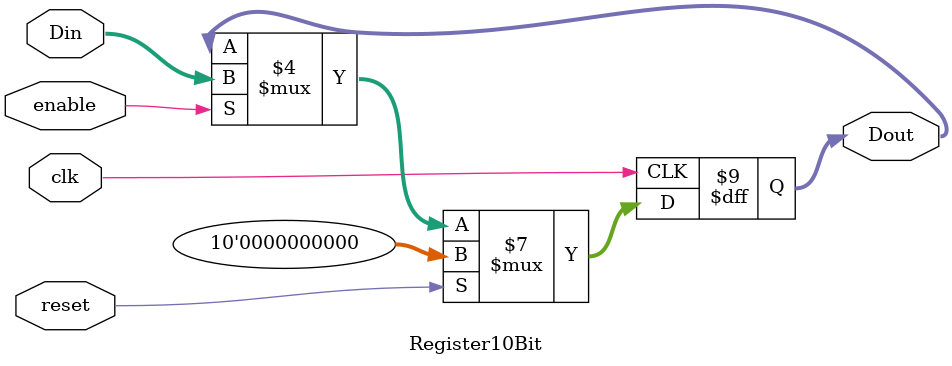
<source format=v>
`timescale 1ns / 1ps


module Registers(output reg [9:0] DoutRd,
        output reg [9:0] DoutRs,
        output wire [9:0] DoutPC,
        output wire [9:0] DoutCCR,
        input [9:0] Din,
        input [9:0] DinPC,
        input [9:0] DinCCR,
        input [2:0] reg1Select,
        input [2:0] reg2Select,
        input reset,
        input clk);
        
    //wire [7:0] regEnable;
    wire [9:0] Douti0, Douti1, Doutg0, Doutg1, Doutg2, Doutg3, Doutg4, Doutg5, DoutPCT, DoutCCRT;
    reg eni0, eni1, eng0, eng1, eng2, eng3, eng4, eng5;
    
    
    
    always@(*) begin
        case(reg1Select)
                3'b000 : DoutRd <= Douti0;
                3'b001 : DoutRd <= Douti1;
                3'b010 : DoutRd <= Doutg0;
                3'b011 : DoutRd <= Doutg1;
                3'b100 : DoutRd <= Doutg2;
                3'b101 : DoutRd <= Doutg3;
                3'b110 : DoutRd <= Doutg4;
                3'b111 : DoutRd <= Doutg5;
            default : DoutRd <= "XXXXXXXXXX";
        endcase
        
        case(reg2Select)
            3'b000 : DoutRs <= Douti0;
            3'b001 : DoutRs <= Douti1;
            3'b010 : DoutRs <= Doutg0;
            3'b011 : DoutRs <= Doutg1;
            3'b100 : DoutRs <= Doutg2;
            3'b101 : DoutRs <= Doutg3;
            3'b110 : DoutRs <= Doutg4;
            3'b111 : DoutRs <= Doutg5;
            default : DoutRs <= "XXXXXXXXXX";
        endcase
            
        eni0 <= (reg1Select == 3'b000) ? 1'b1 : 1'b0; 
        eni1 <= (reg1Select == 3'b001) ? 1'b1 : 1'b0;
        eng0 <= (reg1Select == 3'b010) ? 1'b1 : 1'b0; 
        eng1 <= (reg1Select == 3'b011) ? 1'b1 : 1'b0;
        eng2 <= (reg1Select == 3'b100) ? 1'b1 : 1'b0; 
        eng3 <= (reg1Select == 3'b101) ? 1'b1 : 1'b0;
        eng4 <= (reg1Select == 3'b110) ? 1'b1 : 1'b0; 
        eng5 <= (reg1Select == 3'b111) ? 1'b1 : 1'b0;
        
    end
    
    //instantiate all registers
    
    //special immediate regs
    Register10Bit i0(.Dout(Douti0), .Din(Din), .reset(reset), .enable(eni0), .clk(clk));
    Register10Bit i1(.Dout(Douti1), .Din(Din), .reset(reset), .enable(eni1), .clk(clk));
    
    //general purpose regs
    Register10Bit g0(.Dout(Doutg0), .Din(Din), .reset(reset), .enable(eng0), .clk(clk));
    Register10Bit g1(.Dout(Doutg1), .Din(Din), .reset(reset), .enable(eng1), .clk(clk));
    Register10Bit g2(.Dout(Doutg2), .Din(Din), .reset(reset), .enable(eng2), .clk(clk));
    Register10Bit g3(.Dout(Doutg3), .Din(Din), .reset(reset), .enable(eng3), .clk(clk));
    Register10Bit g4(.Dout(Doutg4), .Din(Din), .reset(reset), .enable(eng4), .clk(clk));
    Register10Bit g5(.Dout(Doutg5), .Din(Din), .reset(reset), .enable(eng5), .clk(clk));
    
    //Program counter reg
    Register10Bit PC(.Dout(DoutPC), .Din(DinPC), .reset(reset), .enable(1'b1), .clk(clk));
    
    //CCR counter reg
    Register10Bit CCR(.Dout(DoutCCR), .Din(DinCCR), .reset(reset), .enable(1'b1), .clk(clk));
    
endmodule


module Register10Bit(output reg [9:0] Dout,
        input [9:0] Din,
        input reset,
        input enable,
        input clk);
   
    always @(posedge clk) begin
        if (reset == 1'b1) begin
            Dout <= 'h000;
        end
        else if (enable == 1'b1) begin
            Dout <= Din;
        end
    end
endmodule

</source>
